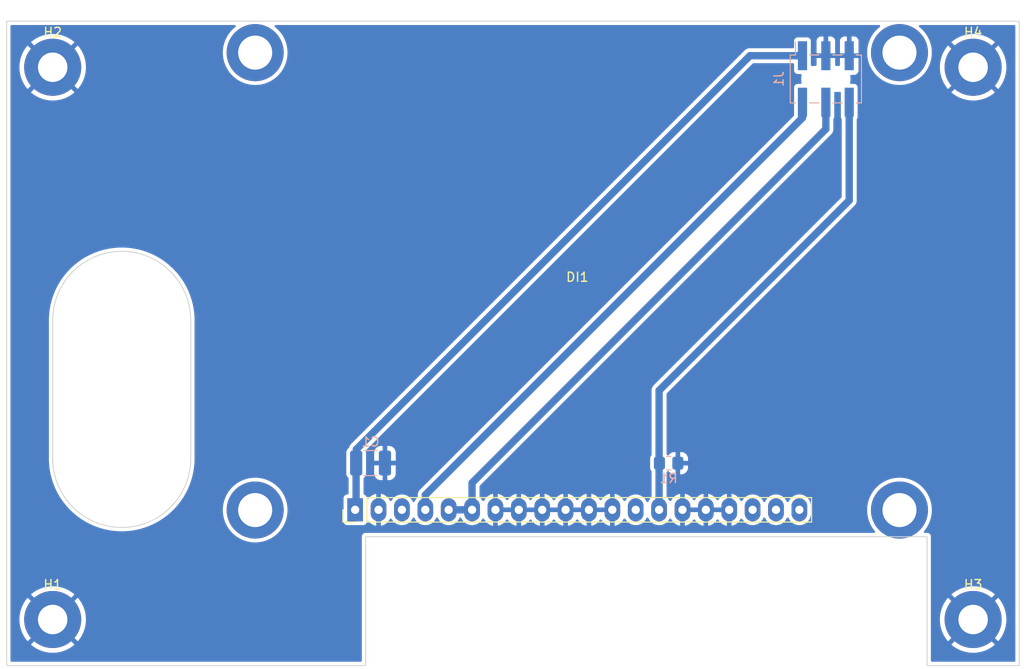
<source format=kicad_pcb>
(kicad_pcb (version 20211014) (generator pcbnew)
  (layers (0 "F.Cu" jumper) (31 "B.Cu" signal) (34 "B.Paste" user) (35 "F.Paste" user) (36 "B.SilkS" user "B.Silkscreen") (37 "F.SilkS" user "F.Silkscreen") (38 "B.Mask" user) (39 "F.Mask" user) (44 "Edge.Cuts" user))
  (net 0 "")
  (net 1 "GND")
  (net 2 "+5V")
  (net 8 "/SCL")
  (net 9 "/SDA")
  (net 10 "/~{RST_DISP}")
  (footprint "MountingHole:MountingHole_3.2mm_M3_DIN965_Pad" (layer "F.Cu") (at 155 145)
    (fp_text reference "H3" (at 0 -3.8) (layer "F.SilkS"))
    (fp_text value "3.2mm")
    (pad "1" thru_hole circle locked (at 0 0) (size 6.2 6.2) (drill 3.2) (layers *.Cu *.Mask) (net 1 "GND"))
  )
  (footprint "LCDdisplays.mod:MCOB128064JX" (layer "F.Cu") (at 112 105)
    (fp_text reference "DI1" (at 0 2.8 unlocked) (layer "F.SilkS"))
    (fp_text value "MCOB128064JX")
    (fp_line (start -22.8675 29.41) (end -22.8675 26.75) (layer "F.SilkS") (width 0.12))
    (fp_line (start -22.8675 29.41) (end 25.4525 29.41) (layer "F.SilkS") (width 0.12))
    (fp_line (start 25.4525 29.41) (end 25.4525 26.75) (layer "F.SilkS") (width 0.12))
    (fp_line (start -24.1375 29.41) (end -25.4675 29.41) (layer "F.SilkS") (width 0.12))
    (fp_line (start -22.8675 26.75) (end 25.4525 26.75) (layer "F.SilkS") (width 0.12))
    (fp_line (start -25.4675 29.41) (end -25.4675 28.08) (layer "F.SilkS") (width 0.12))
    (pad "" thru_hole circle (at 35 -21.59) (size 6.2 6.2) (drill 3.7) (layers *.Cu *.Mask))
    (pad "" thru_hole circle (at -35 -21.59) (size 6.2 6.2) (drill 3.7) (layers *.Cu *.Mask))
    (pad "" thru_hole circle (at -35 28.11) (size 6.2 6.2) (drill 3.7) (layers *.Cu *.Mask))
    (pad "" thru_hole circle (at 35 28.11) (size 6.2 6.2) (drill 3.7) (layers *.Cu *.Mask))
    (pad "1" thru_hole rect (at -24.1375 28.08 90) (size 2.5 1.7) (drill 0.9) (layers *.Cu *.Mask) (net 2 "+5V"))
    (pad "2" thru_hole oval (at -21.5975 28.08 90) (size 2.5 1.7) (drill 0.9) (layers *.Cu *.Mask) (net 1 "GND"))
    (pad "3" thru_hole oval (at -19.0575 28.08 90) (size 2.5 1.7) (drill 0.9) (layers *.Cu *.Mask))
    (pad "4" thru_hole oval (at -16.5175 28.08 90) (size 2.5 1.7) (drill 0.9) (layers *.Cu *.Mask) (net 8 "/SCL"))
    (pad "5" thru_hole oval (at -13.9775 28.08 90) (size 2.5 1.7) (drill 0.9) (layers *.Cu *.Mask) (net 9 "/SDA"))
    (pad "6" thru_hole oval (at -11.4375 28.08 90) (size 2.5 1.7) (drill 0.9) (layers *.Cu *.Mask) (net 9 "/SDA"))
    (pad "7" thru_hole oval (at -8.8975 28.08 90) (size 2.5 1.7) (drill 0.9) (layers *.Cu *.Mask) (net 1 "GND"))
    (pad "8" thru_hole oval (at -6.3575 28.08 90) (size 2.5 1.7) (drill 0.9) (layers *.Cu *.Mask) (net 1 "GND"))
    (pad "9" thru_hole oval (at -3.8175 28.08 90) (size 2.5 1.7) (drill 0.9) (layers *.Cu *.Mask) (net 1 "GND"))
    (pad "10" thru_hole oval (at -1.2775 28.08 90) (size 2.5 1.7) (drill 0.9) (layers *.Cu *.Mask) (net 1 "GND"))
    (pad "11" thru_hole oval (at 1.2625 28.08 90) (size 2.5 1.7) (drill 0.9) (layers *.Cu *.Mask) (net 1 "GND"))
    (pad "12" thru_hole oval (at 3.8025 28.08 90) (size 2.5 1.7) (drill 0.9) (layers *.Cu *.Mask) (net 1 "GND"))
    (pad "13" thru_hole oval (at 6.3425 28.08 90) (size 2.5 1.7) (drill 0.9) (layers *.Cu *.Mask))
    (pad "14" thru_hole oval (at 8.8825 28.08 90) (size 2.5 1.7) (drill 0.9) (layers *.Cu *.Mask) (net 10 "/~{RST_DISP}"))
    (pad "15" thru_hole oval (at 11.4225 28.08 90) (size 2.5 1.7) (drill 0.9) (layers *.Cu *.Mask) (net 1 "GND"))
    (pad "16" thru_hole oval (at 13.9625 28.08 90) (size 2.5 1.7) (drill 0.9) (layers *.Cu *.Mask) (net 1 "GND"))
    (pad "17" thru_hole oval (at 16.5025 28.08 90) (size 2.5 1.7) (drill 0.9) (layers *.Cu *.Mask) (net 1 "GND"))
    (pad "18" thru_hole oval (at 19.0425 28.08 90) (size 2.5 1.7) (drill 0.9) (layers *.Cu *.Mask))
    (pad "19" thru_hole oval (at 21.5825 28.08 90) (size 2.5 1.7) (drill 0.9) (layers *.Cu *.Mask))
    (pad "20" thru_hole oval (at 24.1225 28.08 90) (size 2.5 1.7) (drill 0.9) (layers *.Cu *.Mask))
  )
  (footprint "MountingHole:MountingHole_3.2mm_M3_DIN965_Pad" (layer "F.Cu") (at 55 85)
    (fp_text reference "H2" (at 0 -3.8) (layer "F.SilkS"))
    (fp_text value "3.2mm")
    (pad "1" thru_hole circle locked (at 0 0) (size 6.2 6.2) (drill 3.2) (layers *.Cu *.Mask) (net 1 "GND"))
  )
  (footprint "MountingHole:MountingHole_3.2mm_M3_DIN965_Pad" (layer "F.Cu") (at 55 145)
    (fp_text reference "H1" (at 0 -3.8) (layer "F.SilkS"))
    (fp_text value "3.2mm")
    (pad "1" thru_hole circle locked (at 0 0) (size 6.2 6.2) (drill 3.2) (layers *.Cu *.Mask) (net 1 "GND"))
  )
  (footprint "MountingHole:MountingHole_3.2mm_M3_DIN965_Pad" (layer "F.Cu") (at 155 85)
    (fp_text reference "H4" (at 0 -3.8) (layer "F.SilkS"))
    (fp_text value "3.2mm")
    (pad "1" thru_hole circle locked (at 0 0) (size 6.2 6.2) (drill 3.2) (layers *.Cu *.Mask) (net 1 "GND"))
  )
  (footprint "Resistor_SMD:R_0805_2012Metric_Pad1.20x1.40mm_HandSolder" (layer "B.Cu") (at 121.92 128.016)
    (fp_text reference "R1" (at 0 1.65) (layer "B.SilkS") (effects (justify mirror)))
    (fp_text value "10k")
    (fp_line (start -0.227064 0.735) (end 0.227064 0.735) (layer "B.SilkS") (width 0.12))
    (fp_line (start -0.227064 -0.735) (end 0.227064 -0.735) (layer "B.SilkS") (width 0.12))
    (pad "1" smd roundrect (at -1 0) (size 1.2 1.4) (layers "B.Cu" "B.Paste" "B.Mask") (roundrect_rratio 0.208333) (net 10 "/~{RST_DISP}"))
    (pad "2" smd roundrect (at 1 0) (size 1.2 1.4) (layers "B.Cu" "B.Paste" "B.Mask") (roundrect_rratio 0.208333) (net 1 "GND"))
  )
  (footprint "harwin:M20-8750342" (layer "B.Cu") (at 139 86.27 -90)
    (fp_text reference "J1" (at 0 5.1 90 unlocked) (layer "B.SilkS") (effects (justify mirror)))
    (fp_text value "Conn_02x03_Odd_Even")
    (fp_line (start -4.04 3.3) (end -2.6 3.3) (layer "B.SilkS") (width 0.12))
    (fp_line (start 2.6 -0.76) (end 2.6 -1.78) (layer "B.SilkS") (width 0.12))
    (fp_line (start -2.6 -0.76) (end -2.6 -1.78) (layer "B.SilkS") (width 0.12))
    (fp_line (start 2.6 3.87) (end 2.6 3.3) (layer "B.SilkS") (width 0.12))
    (fp_line (start 2.6 -3.3) (end 2.6 -3.87) (layer "B.SilkS") (width 0.12))
    (fp_line (start -2.6 -3.3) (end -2.6 -3.87) (layer "B.SilkS") (width 0.12))
    (fp_line (start -2.6 3.87) (end 2.6 3.87) (layer "B.SilkS") (width 0.12))
    (fp_line (start 2.6 1.78) (end 2.6 0.76) (layer "B.SilkS") (width 0.12))
    (fp_line (start -2.6 1.78) (end -2.6 0.76) (layer "B.SilkS") (width 0.12))
    (fp_line (start -2.6 3.87) (end -2.6 3.3) (layer "B.SilkS") (width 0.12))
    (fp_line (start -2.6 -3.87) (end 2.6 -3.87) (layer "B.SilkS") (width 0.12))
    (pad "" np_thru_hole circle locked (at 0 1.27 270) (size 2 2) (drill 2) (layers F&B.Cu *.Mask))
    (pad "" np_thru_hole circle locked (at 0 -1.27 270) (size 2 2) (drill 2) (layers F&B.Cu *.Mask))
    (pad "1" smd rect locked (at -2.525 2.54 270) (size 3.15 1) (layers "B.Cu" "B.Paste" "B.Mask") (net 2 "+5V"))
    (pad "2" smd rect locked (at -2.525 0 270) (size 3.15 1) (layers "B.Cu" "B.Paste" "B.Mask") (net 1 "GND"))
    (pad "3" smd rect locked (at -2.525 -2.54 270) (size 3.15 1) (layers "B.Cu" "B.Paste" "B.Mask") (net 1 "GND"))
    (pad "4" smd rect locked (at 2.525 2.54 270) (size 3.15 1) (layers "B.Cu" "B.Paste" "B.Mask") (net 8 "/SCL"))
    (pad "5" smd rect locked (at 2.525 0 270) (size 3.15 1) (layers "B.Cu" "B.Paste" "B.Mask") (net 9 "/SDA"))
    (pad "6" smd rect locked (at 2.525 -2.54 270) (size 3.15 1) (layers "B.Cu" "B.Paste" "B.Mask") (net 10 "/~{RST_DISP}"))
  )
  (footprint "Capacitor_SMD:C_1210_3225Metric_Pad1.33x2.70mm_HandSolder" (layer "B.Cu") (at 89.535 128 180)
    (fp_text reference "C1" (at 0 2.3) (layer "B.SilkS") (effects (justify mirror)))
    (fp_text value "10µ")
    (fp_line (start -0.711252 -1.36) (end 0.711252 -1.36) (layer "B.SilkS") (width 0.12))
    (fp_line (start -0.711252 1.36) (end 0.711252 1.36) (layer "B.SilkS") (width 0.12))
    (pad "1" smd roundrect (at -1.5625 0 180) (size 1.325 2.7) (layers "B.Cu" "B.Paste" "B.Mask") (roundrect_rratio 0.188679) (net 1 "GND"))
    (pad "2" smd roundrect (at 1.5625 0 180) (size 1.325 2.7) (layers "B.Cu" "B.Paste" "B.Mask") (roundrect_rratio 0.188679) (net 2 "+5V"))
  )
  (gr_arc (start 55 112.5) (mid 62.5 105) (end 70 112.5) (layer "Edge.Cuts") (width 0.1))
  (gr_arc (start 70 127.5) (mid 62.5 135) (end 55 127.5) (layer "Edge.Cuts") (width 0.1))
  (gr_line (start 55 112.5) (end 55 127.5) (layer "Edge.Cuts") (width 0.1))
  (gr_line (start 70 112.5) (end 70 127.5) (layer "Edge.Cuts") (width 0.1))
  (gr_poly (pts (xy 160 150) (xy 150 150) (xy 150 136) (xy 89 136) (xy 89 150) (xy 50 150) (xy 50 80) (xy 160 80)) (layer "Edge.Cuts") (width 0.1) (fill none))
  (segment (start 87.9625 128) (end 87.9625 132.98) (width 0.8) (layer "B.Cu") (net 2))
  (segment (start 130.755 83.745) (end 88 126.5) (width 0.8) (layer "B.Cu") (net 2))
  (segment (start 136.46 83.745) (end 130.755 83.745) (width 0.8) (layer "B.Cu") (net 2))
  (segment (start 88 126.5) (end 88 127.9625) (width 0.8) (layer "B.Cu") (net 2))
  (segment (start 136.46 88.795) (end 136.46 90.489) (width 0.8) (layer "B.Cu") (net 8))
  (segment (start 95.4825 131.4665) (end 95.4825 133.08) (width 0.8) (layer "B.Cu") (net 8))
  (segment (start 136.46 90.489) (end 95.4825 131.4665) (width 0.8) (layer "B.Cu") (net 8))
  (segment (start 139 88.795) (end 139 91.714178) (width 0.8) (layer "B.Cu") (net 9))
  (segment (start 100.5625 130.151678) (end 100.5625 133.08) (width 0.8) (layer "B.Cu") (net 9))
  (segment (start 139 91.714178) (end 100.5625 130.151678) (width 0.8) (layer "B.Cu") (net 9))
  (segment (start 98.0225 133.08) (end 100.5625 133.08) (width 0.8) (layer "B.Cu") (net 9))
  (segment (start 141.54 99.46) (end 120.8825 120.1175) (width 0.8) (layer "B.Cu") (net 10))
  (segment (start 120.8825 120.1175) (end 120.8825 133.08) (width 0.8) (layer "B.Cu") (net 10))
  (segment (start 141.54 88.795) (end 141.54 99.46) (width 0.8) (layer "B.Cu") (net 10))
  (zone (net 1) (net_name "GND") (layer "B.Cu") (connect_pads (clearance 0.41)) (min_thickness 0.254) (fill yes (thermal_gap 0.508) (thermal_bridge_width 0.508) (smoothing fillet) (radius 1))
    (polygon (pts (xy 160.528 150.368) (xy 49.276 150.368) (xy 49.276 79.629) (xy 160.528 79.629)))
  )
)
</source>
